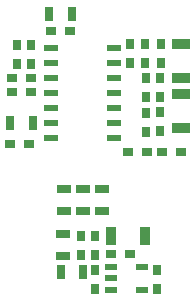
<source format=gbp>
G04*
G04 #@! TF.GenerationSoftware,Altium Limited,Altium Designer,21.1.1 (26)*
G04*
G04 Layer_Color=128*
%FSLAX25Y25*%
%MOIN*%
G70*
G04*
G04 #@! TF.SameCoordinates,6B619DD0-B0A8-45CE-B01B-E577E84972AB*
G04*
G04*
G04 #@! TF.FilePolarity,Positive*
G04*
G01*
G75*
%ADD24R,0.02756X0.05118*%
%ADD27R,0.03800X0.03100*%
%ADD29R,0.03100X0.03800*%
%ADD39R,0.05118X0.02756*%
%ADD185R,0.04331X0.02362*%
%ADD186R,0.03543X0.06299*%
%ADD187R,0.06299X0.03543*%
%ADD188R,0.04646X0.02284*%
D24*
X314232Y9016D02*
D03*
X306752D02*
D03*
X289961Y58780D02*
D03*
X297441D02*
D03*
X310413Y94902D02*
D03*
X302933D02*
D03*
D27*
X323543Y14980D02*
D03*
X329843D02*
D03*
X296890Y69016D02*
D03*
X290590D02*
D03*
X296319Y51496D02*
D03*
X290019D02*
D03*
X346752Y48898D02*
D03*
X340452D02*
D03*
X335591D02*
D03*
X329291D02*
D03*
X296851Y73622D02*
D03*
X290551D02*
D03*
X309843Y89370D02*
D03*
X303543D02*
D03*
D29*
X318366Y21044D02*
D03*
Y14744D02*
D03*
X313642Y21044D02*
D03*
Y14744D02*
D03*
X318307Y3287D02*
D03*
Y9587D02*
D03*
X338976Y3307D02*
D03*
Y9607D02*
D03*
X329867Y85040D02*
D03*
Y78740D02*
D03*
X335039D02*
D03*
Y85040D02*
D03*
X340158D02*
D03*
Y78740D02*
D03*
X340059Y55866D02*
D03*
Y62166D02*
D03*
X335216Y62087D02*
D03*
Y55787D02*
D03*
X335206Y67346D02*
D03*
Y73646D02*
D03*
X340058Y73708D02*
D03*
Y67408D02*
D03*
X292382Y84646D02*
D03*
Y78346D02*
D03*
X297028Y84626D02*
D03*
Y78326D02*
D03*
D39*
X307539Y21693D02*
D03*
Y14213D02*
D03*
X307874Y29331D02*
D03*
Y36811D02*
D03*
X314173Y29331D02*
D03*
Y36811D02*
D03*
X320472Y29331D02*
D03*
Y36811D02*
D03*
D185*
X333858Y3110D02*
D03*
Y10590D02*
D03*
X323622D02*
D03*
Y6850D02*
D03*
Y3110D02*
D03*
D186*
X323406Y21142D02*
D03*
X334823D02*
D03*
D187*
X346995Y68402D02*
D03*
Y56985D02*
D03*
X347005Y73624D02*
D03*
Y85042D02*
D03*
D188*
X324409Y83661D02*
D03*
Y78661D02*
D03*
Y73661D02*
D03*
Y68661D02*
D03*
Y63661D02*
D03*
Y58661D02*
D03*
Y53661D02*
D03*
X303465Y83661D02*
D03*
Y78661D02*
D03*
Y73661D02*
D03*
Y68661D02*
D03*
Y63661D02*
D03*
Y58661D02*
D03*
Y53661D02*
D03*
M02*

</source>
